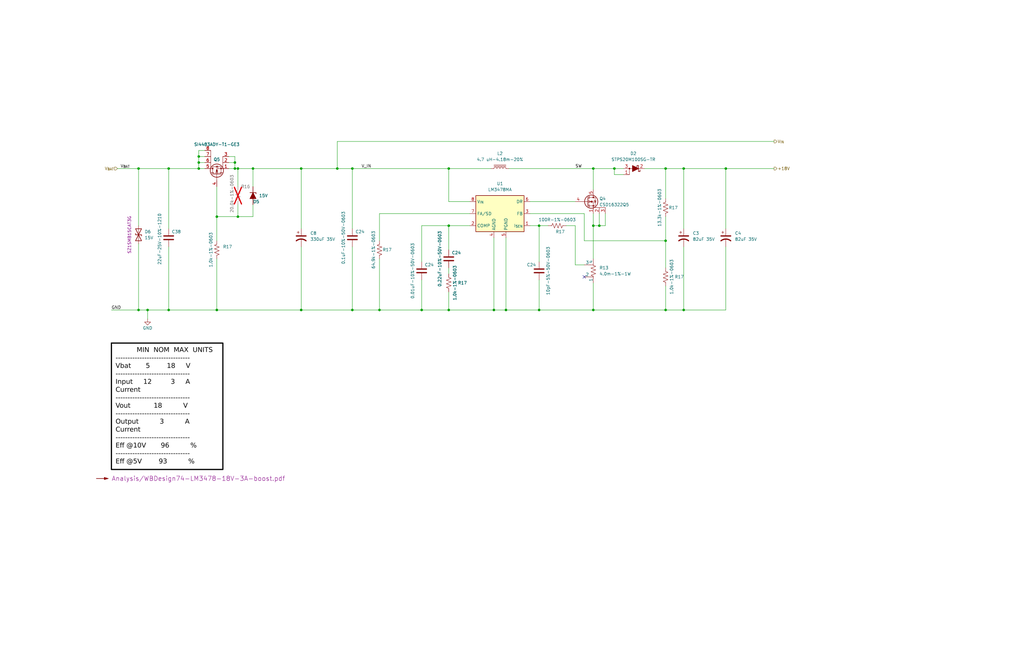
<source format=kicad_sch>
(kicad_sch (version 20230121) (generator eeschema)
  (paper "B")
  (title_block (title "NX J401 Adapter") (date "2023-06-04") (rev "1") (company "971 Spartan Robotics"))
  (lib_symbols
    (symbol "Device:C" (pin_numbers hide) (pin_names (offset 0.254))
      (property "Reference" "C" (at 0.635 2.54 0))
      (property "Value" "C" (at 0.635 -2.54 0))
      (symbol "C_0_1"
        (polyline (pts (xy -2.032 -0.762) (xy 2.032 -0.762)) (stroke (width 0.508)))
        (polyline (pts (xy -2.032 0.762) (xy 2.032 0.762)) (stroke (width 0.508)))
      )
      (symbol "C_1_1"
        (pin passive line (at 0 3.81 270) (length 2.794) (name "~") (number "1"))
        (pin passive line (at 0 -3.81 90) (length 2.794) (name "~") (number "2"))
      )
    )
    (symbol "Device:C_Polarized_US" (pin_numbers hide) (pin_names (offset 0.254) hide)
      (property "Reference" "C" (at 0.635 2.54 0))
      (property "Value" "C_Polarized_US" (at 0.635 -2.54 0))
      (symbol "C_Polarized_US_0_1"
        (polyline (pts (xy -2.032 0.762) (xy 2.032 0.762)) (stroke (width 0.508)))
        (polyline (pts (xy -1.778 2.286) (xy -0.762 2.286)))
        (polyline (pts (xy -1.27 1.778) (xy -1.27 2.794)))
        (arc (start 2.032 -1.27) (mid 0 -0.5572) (end -2.032 -1.27) (stroke (width 0.508)))
      )
      (symbol "C_Polarized_US_1_1"
        (pin passive line (at 0 3.81 270) (length 2.794) (name "~") (number "1"))
        (pin passive line (at 0 -3.81 90) (length 3.302) (name "~") (number "2"))
      )
    )
    (symbol "Device:D_Schottky_AAK" (pin_names (offset 0) hide)
      (property "Reference" "D3" (at 0.889 -6.35 0))
      (property "Value" "STPS20M100SG-TR" (at 0.889 -3.81 0))
      (symbol "D_Schottky_AAK_0_1"
        (polyline (pts (xy 3.81 2.54) (xy 2.54 2.54) (xy 2.54 0) (xy -1.27 0)))
        (polyline (pts (xy -1.905 0.635) (xy -1.905 1.27) (xy -1.27 1.27) (xy -1.27 -1.27) (xy -0.635 -1.27) (xy -0.635 -0.635)) (stroke (width 0.254)))
        (circle (center 2.54 0) (radius 0.254) (fill (type outline)))
      )
      (symbol "D_Schottky_AAK_1_1"
        (polyline (pts (xy 1.27 1.27) (xy 1.27 -1.27) (xy -1.27 0) (xy 1.27 1.27)) (stroke (width 0.254)) (fill (type outline)))
        (pin passive line (at 5.08 2.54 180) (length 2.54) (name "A") (number "1"))
        (pin passive line (at -3.81 0 0) (length 2.54) (name "K") (number "2"))
        (pin passive line (at 5.08 0 180) (length 2.54) (name "A") (number "3"))
      )
    )
    (symbol "Device:D_TVS" (pin_numbers hide) (pin_names (offset 1.016) hide)
      (property "Reference" "D" (at 0 2.54 0))
      (property "Value" "D_TVS" (at 0 -2.54 0))
      (symbol "D_TVS_0_1"
        (polyline (pts (xy 1.27 0) (xy -1.27 0)))
        (polyline (pts (xy 0.508 1.27) (xy 0 1.27) (xy 0 -1.27) (xy -0.508 -1.27)) (stroke (width 0.254)))
        (polyline (pts (xy -2.54 1.27) (xy -2.54 -1.27) (xy 2.54 1.27) (xy 2.54 -1.27) (xy -2.54 1.27)) (stroke (width 0.254)))
      )
      (symbol "D_TVS_1_1"
        (pin passive line (at -3.81 0 0) (length 2.54) (name "A1") (number "1"))
        (pin passive line (at 3.81 0 180) (length 2.54) (name "A2") (number "2"))
      )
    )
    (symbol "Device:D_Zener" (pin_numbers hide) (pin_names (offset 1.016) hide)
      (property "Reference" "D1" (at 2.54 0 90))
      (property "Value" "15V" (at 0 2.54 90))
      (symbol "D_Zener_0_1"
        (polyline (pts (xy 1.27 0) (xy -1.27 0)))
        (polyline (pts (xy -1.27 -1.27) (xy -1.27 1.27) (xy -0.762 1.27)) (stroke (width 0.254)))
        (polyline (pts (xy 1.27 -1.27) (xy 1.27 1.27) (xy -1.27 0) (xy 1.27 -1.27)) (stroke (width 0.254)) (fill (type outline)))
      )
      (symbol "D_Zener_1_1"
        (pin passive line (at -3.81 0 0) (length 2.54) (name "K") (number "1"))
        (pin passive line (at 3.81 0 180) (length 2.54) (name "A") (number "2"))
      )
    )
    (symbol "Device:L_Iron" (pin_numbers hide) (pin_names (offset 1.016) hide)
      (property "Reference" "L" (at -1.27 0 90))
      (property "Value" "L_Iron" (at 2.794 0 90))
      (symbol "L_Iron_0_1"
        (arc (start 0 -2.54) (mid 0.6323 -1.905) (end 0 -1.27))
        (arc (start 0 -1.27) (mid 0.6323 -0.635) (end 0 0))
        (polyline (pts (xy 1.016 2.54) (xy 1.016 -2.54)))
        (polyline (pts (xy 1.524 -2.54) (xy 1.524 2.54)))
        (arc (start 0 0) (mid 0.6323 0.635) (end 0 1.27))
        (arc (start 0 1.27) (mid 0.6323 1.905) (end 0 2.54))
      )
      (symbol "L_Iron_1_1"
        (pin passive line (at 0 3.81 270) (length 1.27) (name "1") (number "1"))
        (pin passive line (at 0 -3.81 90) (length 1.27) (name "2") (number "2"))
      )
    )
    (symbol "Device:Q_PMOS_SGD" (pin_names (offset 0) hide)
      (property "Reference" "Q?" (at 0 10.16 90))
      (property "Value" "Q_PMOS_SGD" (at 0 7.62 90))
      (symbol "Q_PMOS_SGD_0_1"
        (polyline (pts (xy 0.254 0) (xy -2.54 0)))
        (polyline (pts (xy 0.254 1.905) (xy 0.254 -1.905)) (stroke (width 0.254)))
        (polyline (pts (xy 0.762 -1.27) (xy 0.762 -2.286)) (stroke (width 0.254)))
        (polyline (pts (xy 0.762 0.508) (xy 0.762 -0.508)) (stroke (width 0.254)))
        (polyline (pts (xy 0.762 2.286) (xy 0.762 1.27)) (stroke (width 0.254)))
        (polyline (pts (xy 2.54 2.54) (xy 2.54 1.778)))
        (polyline (pts (xy 2.54 2.54) (xy 10.16 2.54)))
        (polyline (pts (xy 7.62 -2.54) (xy 2.54 -2.54)))
        (polyline (pts (xy 2.54 -2.54) (xy 2.54 0) (xy 0.762 0)))
        (polyline (pts (xy 0.762 1.778) (xy 3.302 1.778) (xy 3.302 -1.778) (xy 0.762 -1.778)))
        (polyline (pts (xy 2.286 0) (xy 1.27 0.381) (xy 1.27 -0.381) (xy 2.286 0)) (fill (type outline)))
        (polyline (pts (xy 2.794 -0.508) (xy 2.921 -0.381) (xy 3.683 -0.381) (xy 3.81 -0.254)))
        (polyline (pts (xy 3.302 -0.381) (xy 2.921 0.254) (xy 3.683 0.254) (xy 3.302 -0.381)))
        (circle (center 1.651 0) (radius 2.794) (stroke (width 0.254)))
        (circle (center 2.54 -1.778) (radius 0.254) (fill (type outline)))
        (circle (center 2.54 1.778) (radius 0.254) (fill (type outline)))
      )
      (symbol "Q_PMOS_SGD_1_1"
        (pin passive line (at 2.54 -5.08 90) (length 2.54) (name "S") (number "1"))
        (pin passive line (at 5.08 -5.08 90) (length 2.54) (name "S") (number "2"))
        (pin passive line (at 7.62 -5.08 90) (length 2.54) (name "S") (number "3"))
        (pin input line (at -5.08 0 0) (length 2.54) (name "G") (number "4"))
        (pin passive line (at 2.54 5.08 270) (length 2.54) (name "D") (number "5"))
        (pin passive line (at 5.08 5.08 270) (length 2.54) (name "D") (number "6"))
        (pin passive line (at 7.62 5.08 270) (length 2.54) (name "D") (number "7"))
        (pin passive line (at 10.16 5.08 270) (length 2.54) (name "D") (number "8"))
      )
    )
    (symbol "Device:R_Shunt_US" (pin_numbers hide) (pin_names (offset 0))
      (property "Reference" "R" (at -5.08 0 90))
      (property "Value" "R_Shunt_US" (at -3.048 0 90))
      (symbol "R_Shunt_US_1_1"
        (polyline (pts (xy 0 -2.54) (xy 1.27 -2.54)))
        (polyline (pts (xy 0 -2.286) (xy 0 -2.54)))
        (polyline (pts (xy 0 2.286) (xy 0 2.54)))
        (polyline (pts (xy 1.27 2.54) (xy 0 2.54)))
        (polyline (pts (xy 0 -0.762) (xy 1.016 -1.143) (xy 0 -1.524) (xy -1.016 -1.905) (xy 0 -2.286)))
        (polyline (pts (xy 0 0.762) (xy 1.016 0.381) (xy 0 0) (xy -1.016 -0.381) (xy 0 -0.762)))
        (polyline (pts (xy 0 2.286) (xy 1.016 1.905) (xy 0 1.524) (xy -1.016 1.143) (xy 0 0.762)))
        (pin passive line (at 0 5.08 270) (length 2.54) (name "1") (number "1"))
        (pin passive line (at 3.81 2.54 180) (length 2.54) (name "2") (number "2"))
        (pin passive line (at 3.81 -2.54 180) (length 2.54) (name "3") (number "3"))
        (pin passive line (at 0 -5.08 90) (length 2.54) (name "4") (number "4"))
      )
    )
    (symbol "Device:R_US" (pin_numbers hide) (pin_names (offset 0))
      (property "Reference" "R" (at 2.54 0 90))
      (property "Value" "R_US" (at -2.54 0 90))
      (symbol "R_US_0_1"
        (polyline (pts (xy 0 -2.286) (xy 0 -2.54)))
        (polyline (pts (xy 0 2.286) (xy 0 2.54)))
        (polyline (pts (xy 0 -0.762) (xy 1.016 -1.143) (xy 0 -1.524) (xy -1.016 -1.905) (xy 0 -2.286)))
        (polyline (pts (xy 0 0.762) (xy 1.016 0.381) (xy 0 0) (xy -1.016 -0.381) (xy 0 -0.762)))
        (polyline (pts (xy 0 2.286) (xy 1.016 1.905) (xy 0 1.524) (xy -1.016 1.143) (xy 0 0.762)))
      )
      (symbol "R_US_1_1"
        (pin passive line (at 0 3.81 270) (length 1.27) (name "~") (number "1"))
        (pin passive line (at 0 -3.81 90) (length 1.27) (name "~") (number "2"))
      )
    )
    (symbol "Graphic:SYM_Arrow_Normal" (in_bom no) (on_board no)
      (symbol "SYM_Arrow_Normal_0_1"
        (polyline (pts (xy 1.524 0) (xy -2.54 0)) (stroke (width 0.254)))
        (polyline (pts (xy 2.54 0) (xy 0.762 -0.508) (xy 0.762 0.508) (xy 2.54 0)) (fill (type outline)))
      )
    )
    (symbol "PI-Power-Board:CSD1577Q5A" (pin_names (offset 0) hide)
      (property "Reference" "Q?" (at 6.35 1.2701 0))
      (property "Value" "CSD1577Q5A" (at 6.35 -1.2699 0))
      (symbol "CSD1577Q5A_0_1"
        (polyline (pts (xy 0.254 0) (xy -2.54 0)))
        (polyline (pts (xy 0.254 1.905) (xy 0.254 -1.905)) (stroke (width 0.254)))
        (polyline (pts (xy 0.762 -1.27) (xy 0.762 -2.286)) (stroke (width 0.254)))
        (polyline (pts (xy 0.762 0.508) (xy 0.762 -0.508)) (stroke (width 0.254)))
        (polyline (pts (xy 0.762 2.286) (xy 0.762 1.27)) (stroke (width 0.254)))
        (polyline (pts (xy 2.54 -2.54) (xy 2.54 0) (xy 0.762 0)))
        (polyline (pts (xy 2.54 2.54) (xy 2.54 2.54) (xy 2.54 1.778)))
        (polyline (pts (xy 7.62 -2.54) (xy 2.54 -2.54) (xy 2.54 -3.302)))
        (polyline (pts (xy 0.762 -1.778) (xy 3.302 -1.778) (xy 3.302 1.778) (xy 0.762 1.778)))
        (polyline (pts (xy 1.016 0) (xy 2.032 0.381) (xy 2.032 -0.381) (xy 1.016 0)) (fill (type outline)))
        (polyline (pts (xy 2.794 0.508) (xy 2.921 0.381) (xy 3.683 0.381) (xy 3.81 0.254)))
        (polyline (pts (xy 3.302 0.381) (xy 2.921 -0.254) (xy 3.683 -0.254) (xy 3.302 0.381)))
        (circle (center 1.651 0) (radius 2.794) (stroke (width 0.254)))
        (circle (center 2.54 -1.778) (radius 0.254) (fill (type outline)))
        (circle (center 2.54 1.778) (radius 0.254) (fill (type outline)))
      )
      (symbol "CSD1577Q5A_1_1"
        (pin passive line (at 2.54 -5.08 90) (length 2.54) (name "S") (number "1"))
        (pin passive line (at 5.08 -5.08 90) (length 2.54) (name "S") (number "2"))
        (pin passive line (at 7.62 -5.08 90) (length 2.54) (name "S") (number "3"))
        (pin input line (at -5.08 0 0) (length 2.54) (name "G") (number "4"))
        (pin passive line (at 2.54 5.08 270) (length 2.54) (name "D") (number "5"))
      )
    )
    (symbol "Regulator_Controller:LM3478MA"
      (property "Reference" "U" (at -9.525 8.89 0))
      (property "Value" "LM3478MA" (at 5.08 8.89 0))
      (symbol "LM3478MA_0_1"
        (rectangle (start -10.16 7.62) (end 10.16 -7.62) (stroke (width 0.254)) (fill (type background)))
      )
      (symbol "LM3478MA_1_1"
        (pin input line (at 12.7 -5.08 180) (length 2.54) (name "I_{SEN}") (number "1"))
        (pin input line (at -12.7 -5.08 0) (length 2.54) (name "COMP") (number "2"))
        (pin input line (at 12.7 0 180) (length 2.54) (name "FB") (number "3"))
        (pin power_in line (at -2.54 -10.16 90) (length 2.54) (name "AGND") (number "4"))
        (pin power_in line (at 2.54 -10.16 90) (length 2.54) (name "PGND") (number "5"))
        (pin output line (at 12.7 5.08 180) (length 2.54) (name "DR") (number "6"))
        (pin input line (at -12.7 0 0) (length 2.54) (name "FA/SD") (number "7"))
        (pin power_in line (at -12.7 5.08 0) (length 2.54) (name "V_{IN}") (number "8"))
      )
    )
    (symbol "power:GND" (power) (pin_names (offset 0))
      (property "Value" "GND" (at 0 -3.81 0))
      (symbol "GND_0_1"
        (polyline (pts (xy 0 0) (xy 0 -1.27) (xy 1.27 -1.27) (xy 0 -2.54) (xy -1.27 -1.27) (xy 0 -1.27)))
      )
      (symbol "GND_1_1"
        (pin power_in line (at 0 0 270) (length 0) hide (name "GND") (number "1"))
      )
    )
  )
  (junction (at 280.67 101.6))
  (junction (at 288.29 71.12))
  (junction (at 99.06 71.12))
  (junction (at 288.29 130.81))
  (junction (at 127 71.12))
  (junction (at 100.33 91.44))
  (junction (at 189.23 95.25))
  (junction (at 189.23 71.12))
  (junction (at 189.23 130.81))
  (junction (at 71.12 130.81))
  (junction (at 83.82 66.04))
  (junction (at 280.67 71.12))
  (junction (at 106.68 71.12))
  (junction (at 62.23 130.81))
  (junction (at 83.82 71.12))
  (junction (at 208.28 130.81))
  (junction (at 250.19 130.81))
  (junction (at 177.8 130.81))
  (junction (at 99.06 68.58))
  (junction (at 306.07 71.12))
  (junction (at 252.73 95.25))
  (junction (at 142.24 71.12))
  (junction (at 148.59 130.81))
  (junction (at 227.33 95.25))
  (junction (at 213.36 130.81))
  (junction (at 100.33 71.12))
  (junction (at 71.12 71.12))
  (junction (at 58.42 71.12))
  (junction (at 259.08 71.12))
  (junction (at 280.67 130.81))
  (junction (at 227.33 130.81))
  (junction (at 58.42 130.81))
  (junction (at 250.19 95.25))
  (junction (at 160.02 130.81))
  (junction (at 250.19 71.12))
  (junction (at 127 130.81))
  (junction (at 83.82 68.58))
  (junction (at 91.44 91.44))
  (junction (at 148.59 71.12))
  (junction (at 91.44 130.81))
  (no_connect (at 246.38 116.84))
  (wire (pts (xy 177.8 118.11) (xy 177.8 130.81)))
  (wire (pts (xy 91.44 91.44) (xy 91.44 101.6)))
  (wire (pts (xy 259.08 71.12) (xy 262.89 71.12)))
  (wire (pts (xy 71.12 96.52) (xy 71.12 71.12)))
  (wire (pts (xy 127 130.81) (xy 91.44 130.81)))
  (wire (pts (xy 223.52 90.17) (xy 246.38 90.17)))
  (wire (pts (xy 280.67 71.12) (xy 280.67 83.82)))
  (wire (pts (xy 83.82 68.58) (xy 83.82 71.12)))
  (wire (pts (xy 160.02 90.17) (xy 198.12 90.17)))
  (wire (pts (xy 49.53 71.12) (xy 58.42 71.12)))
  (wire (pts (xy 160.02 109.22) (xy 160.02 130.81)))
  (wire (pts (xy 213.36 100.33) (xy 213.36 130.81)))
  (wire (pts (xy 252.73 95.25) (xy 250.19 95.25)))
  (wire (pts (xy 189.23 130.81) (xy 208.28 130.81)))
  (wire (pts (xy 246.38 90.17) (xy 246.38 101.6)))
  (wire (pts (xy 148.59 71.12) (xy 142.24 71.12)))
  (wire (pts (xy 148.59 96.52) (xy 148.59 71.12)))
  (wire (pts (xy 106.68 86.36) (xy 106.68 91.44)))
  (wire (pts (xy 246.38 101.6) (xy 280.67 101.6)))
  (wire (pts (xy 91.44 109.22) (xy 91.44 130.81)))
  (wire (pts (xy 83.82 63.5) (xy 83.82 66.04)))
  (wire (pts (xy 127 96.52) (xy 127 71.12)))
  (wire (pts (xy 271.78 71.12) (xy 280.67 71.12)))
  (wire (pts (xy 189.23 71.12) (xy 189.23 85.09)))
  (wire (pts (xy 250.19 130.81) (xy 280.67 130.81)))
  (wire (pts (xy 71.12 130.81) (xy 91.44 130.81)))
  (wire (pts (xy 227.33 130.81) (xy 250.19 130.81)))
  (wire (pts (xy 280.67 120.65) (xy 280.67 130.81)))
  (wire (pts (xy 71.12 104.14) (xy 71.12 130.81)))
  (wire (pts (xy 62.23 130.81) (xy 71.12 130.81)))
  (wire (pts (xy 288.29 104.14) (xy 288.29 130.81)))
  (wire (pts (xy 106.68 71.12) (xy 106.68 78.74)))
  (wire (pts (xy 280.67 91.44) (xy 280.67 101.6)))
  (wire (pts (xy 100.33 86.36) (xy 100.33 91.44)))
  (wire (pts (xy 46.99 130.81) (xy 58.42 130.81)))
  (wire (pts (xy 96.52 68.58) (xy 99.06 68.58)))
  (wire (pts (xy 242.57 111.76) (xy 246.38 111.76)))
  (wire (pts (xy 83.82 66.04) (xy 86.36 66.04)))
  (wire (pts (xy 208.28 130.81) (xy 213.36 130.81)))
  (wire (pts (xy 255.27 90.17) (xy 255.27 95.25)))
  (wire (pts (xy 86.36 63.5) (xy 83.82 63.5)))
  (wire (pts (xy 223.52 85.09) (xy 242.57 85.09)))
  (wire (pts (xy 213.36 130.81) (xy 227.33 130.81)))
  (wire (pts (xy 142.24 59.69) (xy 142.24 71.12)))
  (wire (pts (xy 250.19 71.12) (xy 250.19 80.01)))
  (wire (pts (xy 58.42 71.12) (xy 58.42 95.25)))
  (wire (pts (xy 189.23 71.12) (xy 207.01 71.12)))
  (wire (pts (xy 177.8 95.25) (xy 189.23 95.25)))
  (wire (pts (xy 280.67 130.81) (xy 288.29 130.81)))
  (wire (pts (xy 255.27 95.25) (xy 252.73 95.25)))
  (wire (pts (xy 280.67 71.12) (xy 288.29 71.12)))
  (wire (pts (xy 58.42 130.81) (xy 62.23 130.81)))
  (wire (pts (xy 106.68 91.44) (xy 100.33 91.44)))
  (wire (pts (xy 189.23 95.25) (xy 198.12 95.25)))
  (wire (pts (xy 242.57 95.25) (xy 238.76 95.25)))
  (wire (pts (xy 288.29 71.12) (xy 306.07 71.12)))
  (wire (pts (xy 259.08 73.66) (xy 259.08 71.12)))
  (wire (pts (xy 250.19 90.17) (xy 250.19 95.25)))
  (wire (pts (xy 160.02 101.6) (xy 160.02 90.17)))
  (wire (pts (xy 127 71.12) (xy 106.68 71.12)))
  (wire (pts (xy 280.67 101.6) (xy 280.67 113.03)))
  (wire (pts (xy 58.42 71.12) (xy 71.12 71.12)))
  (wire (pts (xy 177.8 130.81) (xy 189.23 130.81)))
  (wire (pts (xy 100.33 71.12) (xy 106.68 71.12)))
  (wire (pts (xy 160.02 130.81) (xy 177.8 130.81)))
  (wire (pts (xy 96.52 71.12) (xy 99.06 71.12)))
  (wire (pts (xy 71.12 71.12) (xy 83.82 71.12)))
  (wire (pts (xy 189.23 105.41) (xy 189.23 95.25)))
  (wire (pts (xy 99.06 71.12) (xy 100.33 71.12)))
  (wire (pts (xy 306.07 71.12) (xy 326.39 71.12)))
  (wire (pts (xy 189.23 115.57) (xy 189.23 113.03)))
  (wire (pts (xy 250.19 95.25) (xy 250.19 109.22)))
  (wire (pts (xy 160.02 130.81) (xy 148.59 130.81)))
  (wire (pts (xy 99.06 66.04) (xy 99.06 68.58)))
  (wire (pts (xy 252.73 90.17) (xy 252.73 95.25)))
  (wire (pts (xy 242.57 111.76) (xy 242.57 95.25)))
  (wire (pts (xy 262.89 73.66) (xy 259.08 73.66)))
  (wire (pts (xy 227.33 95.25) (xy 227.33 110.49)))
  (wire (pts (xy 148.59 130.81) (xy 127 130.81)))
  (wire (pts (xy 189.23 130.81) (xy 189.23 123.19)))
  (wire (pts (xy 83.82 68.58) (xy 86.36 68.58)))
  (wire (pts (xy 96.52 66.04) (xy 99.06 66.04)))
  (wire (pts (xy 100.33 71.12) (xy 100.33 78.74)))
  (wire (pts (xy 288.29 71.12) (xy 288.29 96.52)))
  (wire (pts (xy 208.28 100.33) (xy 208.28 130.81)))
  (wire (pts (xy 250.19 71.12) (xy 259.08 71.12)))
  (wire (pts (xy 227.33 118.11) (xy 227.33 130.81)))
  (wire (pts (xy 100.33 91.44) (xy 91.44 91.44)))
  (wire (pts (xy 148.59 71.12) (xy 189.23 71.12)))
  (wire (pts (xy 142.24 71.12) (xy 127 71.12)))
  (wire (pts (xy 83.82 66.04) (xy 83.82 68.58)))
  (wire (pts (xy 189.23 85.09) (xy 198.12 85.09)))
  (wire (pts (xy 148.59 104.14) (xy 148.59 130.81)))
  (wire (pts (xy 306.07 104.14) (xy 306.07 130.81)))
  (wire (pts (xy 223.52 95.25) (xy 227.33 95.25)))
  (wire (pts (xy 214.63 71.12) (xy 250.19 71.12)))
  (wire (pts (xy 250.19 130.81) (xy 250.19 119.38)))
  (wire (pts (xy 288.29 130.81) (xy 306.07 130.81)))
  (wire (pts (xy 306.07 71.12) (xy 306.07 96.52)))
  (wire (pts (xy 177.8 95.25) (xy 177.8 110.49)))
  (wire (pts (xy 326.39 59.69) (xy 142.24 59.69)))
  (wire (pts (xy 127 104.14) (xy 127 130.81)))
  (wire (pts (xy 99.06 68.58) (xy 99.06 71.12)))
  (wire (pts (xy 227.33 95.25) (xy 231.14 95.25)))
  (wire (pts (xy 91.44 78.74) (xy 91.44 91.44)))
  (wire (pts (xy 83.82 71.12) (xy 86.36 71.12)))
  (wire (pts (xy 58.42 102.87) (xy 58.42 130.81)))
  (wire (pts (xy 62.23 130.81) (xy 62.23 134.62)))
  (text_box "          MIN  NOM  MAX  UNITS\n-------------------------------\nVbat       5        18     V\n-------------------------------\nInput     12         3     A\nCurrent\n-------------------------------\nVout           18          V\n-------------------------------\nOutput          3          A\nCurrent\n-------------------------------\nEff @10V       96          %\n-------------------------------\nEff @5V        93          %\n" (at 46.99 144.78 0) (size 46.99 53.34) (stroke (width 0.5) (color 0 0 0 1)) (effects (font (size 2 2)) (justify left top)))
  (label "SW" (at 242.57 71.12 0))
  (label "V_{BAT}" (at 50.8 71.12 0))
  (label "GND" (at 46.99 130.81 0))
  (label "V_IN" (at 152.4 71.12 0))
  (hierarchical_label "+18V" (shape output) (at 326.39 71.12 0))
  (hierarchical_label "V_{IN}" (shape output) (at 326.39 59.69 0))
  (hierarchical_label "V_{BAT}" (shape input) (at 49.53 71.12 180))
  (symbol (lib_id "Device:R_US") (at 189.23 119.38 180) (unit 1)
    (property "Reference" "R17" (at 193.04 119.38 0) (effects (justify right)))
    (property "Value" "1.0k-1%-0603" (at 191.77 119.38 90))
    (property "Footprint" "Resistor_SMD:R_0603_1608Metric" (effects hide))
    (property "MFG" "Yageo" (effects hide))
    (property "MFG P/N" "RC0603FR-071KL" (effects hide))
    (property "DIST" "Digikey" (effects hide))
    (property "DIST P/N" "311-1.00KHRCT-ND" (effects hide))
    (instances (project "PI-Power-Board" (path "" (reference "R17") (unit 1))) (project "NX-J401-Adapter" (path "" (reference "R1") (unit 1))))
  )
  (symbol (lib_id "Device:R_US") (at 91.44 105.41 0) (mirror x) (unit 1)
    (property "Reference" "R17" (at 93.98 104.14 0) (effects (justify left)))
    (property "Value" "1.0k-1%-0603" (at 88.9 105.41 90))
    (property "Footprint" "Resistor_SMD:R_0603_1608Metric" (effects hide))
    (property "MFG" "Yageo" (effects hide))
    (property "MFG P/N" "RC0603FR-071KL" (effects hide))
    (property "DIST" "Digikey" (effects hide))
    (property "DIST P/N" "311-1.00KHRCT-ND" (effects hide))
    (instances (project "PI-Power-Board" (path "" (reference "R17") (unit 1))) (project "NX-J401-Adapter" (path "" (reference "R8") (unit 1))))
  )
  (symbol (lib_id "Device:C") (at 227.33 114.3 0) (unit 1)
    (property "Reference" "C24" (at 226.06 111.76 0) (effects (justify right)))
    (property "Value" "10pF-5%-50V-0603" (at 231.14 114.3 90))
    (property "Footprint" "Capacitor_SMD:C_0603_1608Metric" (effects hide))
    (property "MFG" "KYOCERA AVX" (effects hide))
    (property "MFG P/N" "KGM15ACG1H100JT" (effects hide))
    (property "DIST" "Digikey" (effects hide))
    (property "DIST P/N" "478-KGM15ACG1H100JTCT-ND" (effects hide))
    (instances (project "PI-Power-Board" (path "" (reference "C24") (unit 1))) (project "NX-J401-Adapter" (path "" (reference "C10") (unit 1))))
  )
  (symbol (lib_id "Device:R_US") (at 280.67 116.84 180) (unit 1)
    (property "Reference" "R17" (at 284.48 116.84 0) (effects (justify right)))
    (property "Value" "1.0k-1%-0603" (at 283.21 116.84 90))
    (property "Footprint" "Resistor_SMD:R_0603_1608Metric" (effects hide))
    (property "MFG" "Yageo" (effects hide))
    (property "MFG P/N" "RC0603FR-071KL" (effects hide))
    (property "DIST" "Digikey" (effects hide))
    (property "DIST P/N" "311-1.00KHRCT-ND" (effects hide))
    (instances (project "PI-Power-Board" (path "" (reference "R17") (unit 1))) (project "NX-J401-Adapter" (path "" (reference "R16") (unit 1))))
  )
  (symbol (lib_id "Device:C_Polarized_US") (at 306.07 100.33 0) (unit 1)
    (property "Reference" "C4" (at 309.88 98.425 0) (effects (justify left)))
    (property "Value" "82uF 35V" (at 309.88 100.965 0) (effects (justify left)))
    (property "Footprint" "Capacitor_THT:CP_Radial_D8.0mm_P3.50mm" (effects hide))
    (property "Datasheet" "https://industrial.panasonic.com/ww/products/pt/os-con/models/35SEPF82M" (effects hide))
    (property "MFG" "Panasonic Electronic Components" (effects hide))
    (property "MFG P/N" "35SEPF82M" (effects hide))
    (property "DIST" "Mouser" (effects hide))
    (property "DIST P/N" "667-35SEPF82M" (effects hide))
  )
  (symbol (lib_id "PI-Power-Board:CSD1577Q5A") (at 247.65 85.09 0) (unit 1)
    (property "Reference" "Q4" (at 252.73 83.82 0) (effects (justify left)))
    (property "Value" "CSD16322Q5" (at 252.73 86.36 0) (effects (justify left)))
    (property "Footprint" "NX-J401-Adapter:TI-SON5x6" (effects hide))
    (property "Datasheet" "Components/TI-csd16322q5.pdf" (effects hide))
    (property "MFG" "Texas Instruments" (effects hide))
    (property "MFG P/N" "CSD16322Q5" (effects hide))
    (property "DIST" "Digikey" (effects hide))
    (property "DIST P/N" "296-25112-1-ND" (effects hide))
    (instances (project "PI-Power-Board" (path "" (reference "Q4") (unit 1))) (project "NX-J401-Adapter" (path "" (reference "Q1") (unit 1))))
  )
  (symbol (lib_id "Graphic:SYM_Arrow_Normal") (at 43.18 201.93 0) (unit 1) (in_bom no) (on_board no)
    (property "Reference" "#SYM1" (effects hide))
    (property "Value" "SYM_Arrow_Normal" (effects hide))
    (property "Datasheet" "Analysis/WBDesign74-LM3478-18V-3A-boost.pdf" (at 46.99 201.93 0) (effects (font (size 1.905 1.905)) (justify left)))
    (property "Sim.Enable" "0" (effects hide))
  )
  (symbol (lib_id "Device:R_US") (at 160.02 105.41 0) (mirror x) (unit 1)
    (property "Reference" "R17" (at 161.29 105.41 0) (effects (justify left)))
    (property "Value" "64.9k-1%-0603" (at 157.48 105.41 90))
    (property "Footprint" "Resistor_SMD:R_0603_1608Metric" (effects hide))
    (property "MFG" "Yageo" (effects hide))
    (property "MFG P/N" "RC0603FR-0764K9L" (effects hide))
    (property "DIST" "Digikey" (effects hide))
    (property "DIST P/N" "311-64.9KHRCT-ND" (effects hide))
    (instances (project "PI-Power-Board" (path "" (reference "R17") (unit 1))) (project "NX-J401-Adapter" (path "" (reference "R14") (unit 1))))
  )
  (symbol (lib_id "Device:C_Polarized_US") (at 288.29 100.33 0) (unit 1)
    (property "Reference" "C3" (at 292.1 98.425 0) (effects (justify left)))
    (property "Value" "82uF 35V" (at 292.1 100.965 0) (effects (justify left)))
    (property "Footprint" "Capacitor_THT:CP_Radial_D8.0mm_P3.50mm" (effects hide))
    (property "Datasheet" "https://industrial.panasonic.com/ww/products/pt/os-con/models/35SEPF82M" (effects hide))
    (property "MFG" "Panasonic Electronic Components" (effects hide))
    (property "MFG P/N" "35SEPF82M" (effects hide))
    (property "DIST" "Mouser" (effects hide))
    (property "DIST P/N" "667-35SEPF82M" (effects hide))
  )
  (symbol (lib_id "Device:C") (at 177.8 114.3 0) (mirror y) (unit 1)
    (property "Reference" "C24" (at 179.07 111.76 0) (effects (justify right)))
    (property "Value" "0.01uF-10%-50V-0603" (at 173.99 114.3 90))
    (property "Footprint" "Capacitor_SMD:C_0603_1608Metric" (effects hide))
    (property "MFG" "Samsung Electro-Mechanics" (effects hide))
    (property "MFG P/N" "CL10B103KB8NNNC" (effects hide))
    (property "DIST" "Digikey" (effects hide))
    (property "DIST P/N" "1276-1009-1-ND" (effects hide))
    (instances (project "PI-Power-Board" (path "" (reference "C24") (unit 1))) (project "NX-J401-Adapter" (path "" (reference "C1") (unit 1))))
  )
  (symbol (lib_id "Device:R_US") (at 234.95 95.25 270) (unit 1)
    (property "Reference" "R17" (at 236.22 97.79 90))
    (property "Value" "100R-1%-0603" (at 234.95 92.71 90))
    (property "Footprint" "Resistor_SMD:R_0603_1608Metric" (effects hide))
    (property "MFG" "Yageo" (effects hide))
    (property "MFG P/N" "RC0603FR-07100RL" (effects hide))
    (property "DIST" "Digikey" (effects hide))
    (property "DIST P/N" "311-100HRCT-ND" (effects hide))
    (instances (project "PI-Power-Board" (path "" (reference "R17") (unit 1))) (project "NX-J401-Adapter" (path "" (reference "R12") (unit 1))))
  )
  (symbol (lib_id "Device:Q_PMOS_SGD") (at 91.44 73.66 90) (unit 1)
    (property "Reference" "Q5" (at 91.44 67.31 90))
    (property "Value" "SI4483ADY-T1-GE3" (at 91.44 60.96 90))
    (property "Footprint" "Package_SO:SOIC-8_3.9x4.9mm_P1.27mm" (effects hide))
    (property "Datasheet" "https://www.vishay.com/docs/68982/si4483ad.pdf" (effects hide))
    (property "MFG" "Vishay" (effects hide))
    (property "MFG P/N" "SI4483ADY-T1-GE3" (effects hide))
    (property "DIST" "Mouser" (effects hide))
    (property "DIST P/N" "781-SI4483ADY-GE3" (effects hide))
    (instances (project "PI-Power-Board" (path "" (reference "Q5") (unit 1))) (project "NX-J401-Adapter" (path "" (reference "Q2") (unit 1))))
  )
  (symbol (lib_id "Device:C_Polarized_US") (at 127 100.33 0) (unit 1)
    (property "Reference" "C8" (at 130.81 98.425 0) (effects (justify left)))
    (property "Value" "330uF 35V" (at 130.81 100.965 0) (effects (justify left)))
    (property "Footprint" "Capacitor_THT:CP_Radial_D10.0mm_P5.00mm" (effects hide))
    (property "Datasheet" "https://www.rubycon.co.jp/wp-content/uploads/catalog-hybrid/PZJ.pdf" (effects hide))
    (property "MFG" "Rubycon" (effects hide))
    (property "MFG P/N" "35PZJ330M10X9" (effects hide))
    (property "DIST" "Digikey" (effects hide))
    (property "DIST P/N" "1189-35PZJ330M10X9-ND" (effects hide))
  )
  (symbol (lib_id "Device:D_Zener") (at 106.68 82.55 270) (unit 1)
    (property "Reference" "D5" (at 106.68 85.09 90) (effects (justify left)))
    (property "Value" "15V" (at 109.22 82.55 90) (effects (justify left)))
    (property "Footprint" "Diode_SMD:D_SOD-123F" (effects hide))
    (property "MFG" "Nexperia" (effects hide))
    (property "MFG P/N" "BZT52H-C15,115" (effects hide))
    (property "DIST" "Digikey" (effects hide))
    (property "DIST P/N" "1727-3593-1-ND" (effects hide))
    (instances (project "PI-Power-Board" (path "" (reference "D5") (unit 1))) (project "NX-J401-Adapter" (path "" (reference "D1") (unit 1))))
  )
  (symbol (lib_id "power:GND") (at 62.23 134.62 0) (unit 1)
    (property "Reference" "#PWR014" (effects hide))
    (property "Value" "GND" (at 62.23 138.43 0))
    (instances (project "PI-Power-Board" (path "" (reference "#PWR014") (unit 1))) (project "NX-J401-Adapter" (path "" (reference "#PWR01") (unit 1))))
  )
  (symbol (lib_id "Device:C") (at 148.59 100.33 0) (mirror y) (unit 1)
    (property "Reference" "C24" (at 149.86 97.79 0) (effects (justify right)))
    (property "Value" "0.1uF-10%-50V-0603" (at 144.78 100.33 90))
    (property "Footprint" "Capacitor_SMD:C_0603_1608Metric" (effects hide))
    (property "MFG" "Samsung Electro-Mechanics" (effects hide))
    (property "MFG P/N" "CL10B104KB8NNNC" (effects hide))
    (property "DIST" "Digikey" (effects hide))
    (property "DIST P/N" "1276-1000-1-ND" (effects hide))
    (instances (project "PI-Power-Board" (path "" (reference "C24") (unit 1))) (project "NX-J401-Adapter" (path "" (reference "C11") (unit 1))))
  )
  (symbol (lib_id "Device:R_US") (at 280.67 87.63 0) (mirror x) (unit 1)
    (property "Reference" "R17" (at 281.94 87.63 0) (effects (justify left)))
    (property "Value" "13.3k-1%-0603" (at 278.13 87.63 90))
    (property "Footprint" "Resistor_SMD:R_0603_1608Metric" (effects hide))
    (property "MFG" "Yageo" (effects hide))
    (property "MFG P/N" "RC0603FR-0713K3L" (effects hide))
    (property "DIST" "Digikey" (effects hide))
    (property "DIST P/N" "311-13.3KHRCT-ND" (effects hide))
    (instances (project "PI-Power-Board" (path "" (reference "R17") (unit 1))) (project "NX-J401-Adapter" (path "" (reference "R15") (unit 1))))
  )
  (symbol (lib_id "Device:R_US") (at 100.33 82.55 0) (mirror x) (unit 1) (dnp yes)
    (property "Reference" "R16" (at 101.6 78.74 0) (effects (justify left)))
    (property "Value" "20.0k-1%-0603" (at 97.79 73.66 90) (effects (justify left)))
    (property "Footprint" "Resistor_SMD:R_0603_1608Metric" (effects hide))
    (property "MFG" "Yageo" (effects hide))
    (property "MFG P/N" "RC0603FR-0720KL" (effects hide))
    (property "DIST" "Digikey" (effects hide))
    (property "DIST P/N" "311-20.0KHRCT-ND" (effects hide))
    (instances (project "PI-Power-Board" (path "" (reference "R16") (unit 1))) (project "NX-J401-Adapter" (path "" (reference "R6") (unit 1))))
  )
  (symbol (lib_id "Device:C") (at 71.12 100.33 180) (unit 1)
    (property "Reference" "C38" (at 72.39 97.79 0) (effects (justify right)))
    (property "Value" "22uF-25V-10%-1210" (at 67.31 111.76 90) (effects (justify right)))
    (property "Footprint" "Capacitor_SMD:C_1210_3225Metric" (effects hide))
    (property "MFG" "Murata" (effects hide))
    (property "MFG P/N" "GRM32ER61E226KE15L" (effects hide))
    (property "DIST" "Digikey" (effects hide))
    (property "DIST P/N" "490-3889-1-ND" (effects hide))
    (instances (project "PI-Power-Board" (path "" (reference "C38") (unit 1))) (project "NX-J401-Adapter" (path "" (reference "C9") (unit 1))))
  )
  (symbol (lib_id "Device:R_Shunt_US") (at 250.19 114.3 180) (unit 1)
    (property "Reference" "R13" (at 252.73 113.03 0) (effects (justify right)))
    (property "Value" "4.0m-1%-1W" (at 252.73 115.57 0) (effects (justify right)))
    (property "Footprint" "Resistor_SMD:R_Shunt_Vishay_WSKW0612" (effects hide))
    (property "Datasheet" "https://www.vishay.com/docs/30332/wskw0612.pdf" (effects hide))
    (property "MFG" "Vishay Dale" (effects hide))
    (property "MFG P/N" "WSKW06124L000FEA" (effects hide))
    (property "DIST" "Digikey" (effects hide))
    (property "DIST P/N" "541-WSKW06124L000FEACT-ND" (effects hide))
  )
  (symbol (lib_id "Device:L_Iron") (at 210.82 71.12 90) (unit 1)
    (property "Reference" "L2" (at 210.82 64.77 90))
    (property "Value" "4.7 uH-4.18m-20%" (at 210.82 67.31 90))
    (property "Footprint" "NX-J401-Adapter:IND_IHLP-6767GZ_VIS" (effects hide))
    (property "Datasheet" "https://www.vishay.com/docs/34282/ihlp-6767gz-11.pdf" (effects hide))
    (property "MFG" "Vishay Dale" (effects hide))
    (property "MFG P/N" "IHLP6767GZER4R7M11" (effects hide))
    (property "DIST" "Digikey" (effects hide))
    (property "DIST P/N" "541-1282-1-ND" (effects hide))
    (instances (project "PI-Power-Board" (path "" (reference "L2") (unit 1))) (project "NX-J401-Adapter" (path "" (reference "L1") (unit 1))))
  )
  (symbol (lib_id "Device:D_Schottky_AAK") (at 267.97 71.12 180) (unit 1)
    (property "Reference" "D2" (at 267.081 64.77 0))
    (property "Value" "STPS20M100SG-TR" (at 267.081 67.31 0))
    (property "Footprint" "Package_TO_SOT_SMD:TO-263-2" (effects hide))
    (property "Datasheet" "Components/ST-STPS20M100SG.pdf" (effects hide))
    (property "DIST" "Digikey" (effects hide))
    (property "DIST P/N" "497-10993-1-ND" (effects hide))
    (property "MFG" "STmicroelectronics" (effects hide))
    (property "MFG P/N" "STPS20M100SG-TR" (effects hide))
  )
  (symbol (lib_id "Regulator_Controller:LM3478MA") (at 210.82 90.17 0) (unit 1)
    (property "Reference" "U1" (at 210.82 77.47 0))
    (property "Value" "LM3478MA" (at 210.82 80.01 0))
    (property "Footprint" "Package_SO:SOIC-8_3.9x4.9mm_P1.27mm" (effects hide))
    (property "Datasheet" "https://www.ti.com/lit/gpn/lm3478" (effects hide))
    (property "MFG" "Texas Instruments" (effects hide))
    (property "MFG P/N" "LM3478MAX/NOPB" (effects hide))
    (property "DIST" "Digikey" (effects hide))
    (property "DIST P/N" "296-38111-1-ND" (effects hide))
  )
  (symbol (lib_id "Device:C") (at 189.23 109.22 0) (mirror y) (unit 1)
    (property "Reference" "C24" (at 190.5 106.68 0) (effects (justify right)))
    (property "Value" "0.22uF-10%-50V-0603" (at 185.42 109.22 90))
    (property "Footprint" "Capacitor_SMD:C_0603_1608Metric" (effects hide))
    (property "MFG" "Samsung Electro-Mechanics" (effects hide))
    (property "MFG P/N" "CL10B224KB8VPNC" (effects hide))
    (property "DIST" "Digikey" (effects hide))
    (property "DIST P/N" "1276-6600-1-ND" (effects hide))
    (instances (project "PI-Power-Board" (path "" (reference "C24") (unit 1))) (project "NX-J401-Adapter" (path "" (reference "C2") (unit 1))))
  )
  (symbol (lib_id "Device:D_TVS") (at 58.42 99.06 90) (unit 1)
    (property "Reference" "D6" (at 60.96 97.7899 90) (effects (justify right)))
    (property "Value" "15V" (at 60.96 100.33 90) (effects (justify right)))
    (property "Footprint" "Diode_SMD:D_SMB" (effects hide))
    (property "Datasheet" "Components/Littelfuse-SZ1SMB15CAT3G.pdf" (effects hide))
    (property "MFG" "Littelfuse" (effects hide))
    (property "MFG P/N" "SZ1SMB15CAT3G" (at 54.61 99.06 0))
    (property "DIST" "Digikey" (effects hide))
    (property "DIST P/N" "F11544CT-ND" (effects hide))
    (instances (project "PI-Power-Board" (path "" (reference "D6") (unit 1))) (project "NX-J401-Adapter" (path "" (reference "D5") (unit 1))))
  )
)
</source>
